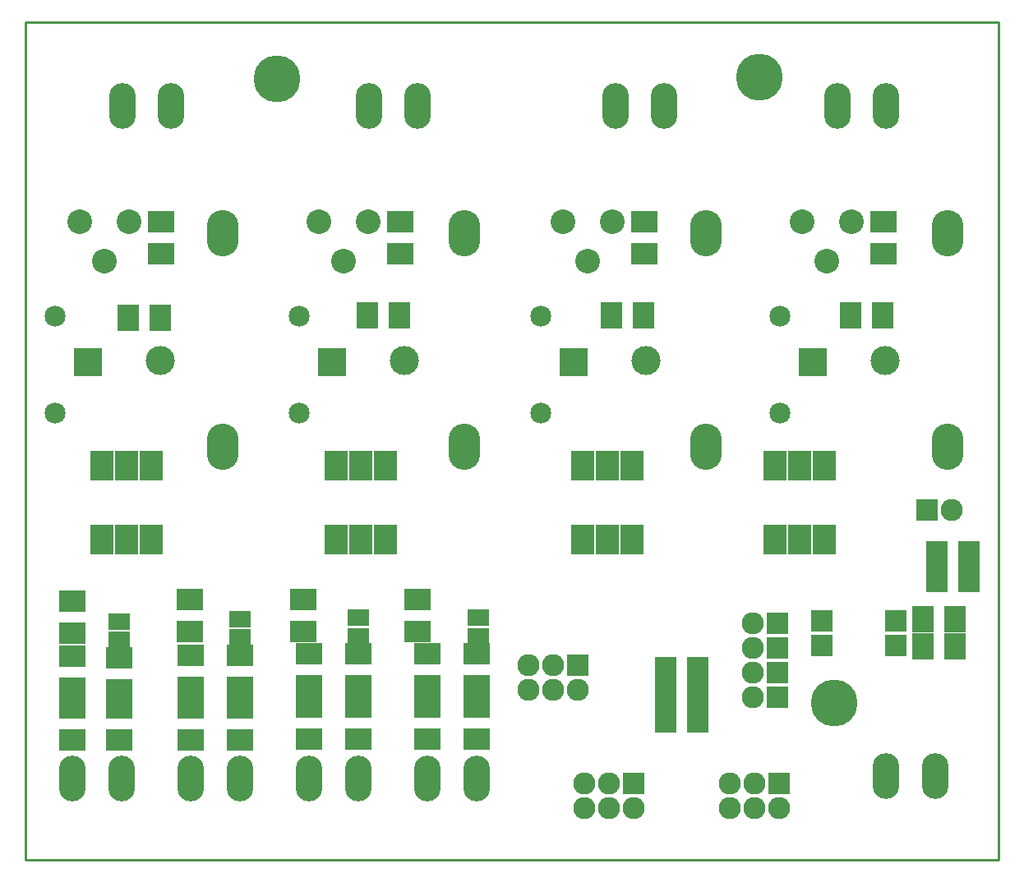
<source format=gbs>
G04 (created by PCBNEW (2011-nov-30)-testing) date jeu. 18 oct. 2012 20:37:39 CEST*
%MOIN*%
G04 Gerber Fmt 3.4, Leading zero omitted, Abs format*
%FSLAX34Y34*%
G01*
G70*
G90*
G04 APERTURE LIST*
%ADD10C,0.006*%
%ADD11C,0.01*%
%ADD12R,0.09X0.11*%
%ADD13R,0.09X0.09*%
%ADD14C,0.09*%
%ADD15C,0.085*%
%ADD16R,0.092X0.12*%
%ADD17R,0.1182X0.1182*%
%ADD18C,0.1182*%
%ADD19R,0.085X0.085*%
%ADD20O,0.1284X0.1875*%
%ADD21C,0.1*%
%ADD22R,0.11X0.09*%
%ADD23R,0.085X0.065*%
%ADD24C,0.19*%
%ADD25O,0.108X0.186*%
G04 APERTURE END LIST*
G54D10*
G54D11*
X51100Y-61600D02*
X51100Y-61400D01*
X90550Y-61600D02*
X51100Y-61600D01*
X90550Y-27600D02*
X90550Y-61600D01*
X51100Y-27600D02*
X90550Y-27600D01*
X51100Y-61400D02*
X51100Y-27600D01*
G54D12*
X66250Y-39500D03*
X64950Y-39500D03*
X56550Y-39600D03*
X55250Y-39600D03*
X76150Y-39500D03*
X74850Y-39500D03*
X85850Y-39500D03*
X84550Y-39500D03*
G54D13*
X73500Y-53700D03*
G54D14*
X73500Y-54700D03*
X72500Y-53700D03*
X72500Y-54700D03*
X71500Y-53700D03*
X71500Y-54700D03*
G54D15*
X52300Y-43469D03*
X52300Y-39531D03*
X62200Y-43469D03*
X62200Y-39531D03*
X72000Y-43469D03*
X72000Y-39531D03*
X81700Y-43469D03*
X81700Y-39531D03*
G54D16*
X65700Y-48600D03*
X64700Y-48600D03*
X63700Y-48600D03*
X63700Y-45600D03*
X64700Y-45600D03*
X65700Y-45600D03*
X75700Y-48600D03*
X74700Y-48600D03*
X73700Y-48600D03*
X73700Y-45600D03*
X74700Y-45600D03*
X75700Y-45600D03*
X83500Y-48600D03*
X82500Y-48600D03*
X81500Y-48600D03*
X81500Y-45600D03*
X82500Y-45600D03*
X83500Y-45600D03*
X56200Y-48600D03*
X55200Y-48600D03*
X54200Y-48600D03*
X54200Y-45600D03*
X55200Y-45600D03*
X56200Y-45600D03*
G54D17*
X73324Y-41400D03*
G54D18*
X76276Y-41350D03*
G54D17*
X63524Y-41400D03*
G54D18*
X66476Y-41350D03*
G54D17*
X53624Y-41400D03*
G54D18*
X56576Y-41350D03*
G54D17*
X83024Y-41400D03*
G54D18*
X85976Y-41350D03*
G54D13*
X81650Y-58500D03*
G54D14*
X81650Y-59500D03*
X80650Y-58500D03*
X80650Y-59500D03*
X79650Y-58500D03*
X79650Y-59500D03*
G54D13*
X75750Y-58500D03*
G54D14*
X75750Y-59500D03*
X74750Y-58500D03*
X74750Y-59500D03*
X73750Y-58500D03*
X73750Y-59500D03*
G54D12*
X78350Y-55900D03*
X77050Y-55900D03*
X88050Y-50200D03*
X89350Y-50200D03*
X88050Y-49200D03*
X89350Y-49200D03*
X87500Y-51850D03*
X88800Y-51850D03*
X87500Y-52950D03*
X88800Y-52950D03*
G54D19*
X86400Y-51900D03*
X86400Y-52900D03*
X83400Y-52900D03*
X83400Y-51900D03*
G54D20*
X59100Y-36169D03*
X59100Y-44831D03*
X68900Y-36169D03*
X68900Y-44831D03*
X78700Y-36169D03*
X78700Y-44831D03*
X88500Y-36169D03*
X88500Y-44831D03*
G54D21*
X55300Y-35700D03*
X54300Y-37300D03*
X53300Y-35700D03*
X65000Y-35700D03*
X64000Y-37300D03*
X63000Y-35700D03*
X74900Y-35700D03*
X73900Y-37300D03*
X72900Y-35700D03*
X84600Y-35700D03*
X83600Y-37300D03*
X82600Y-35700D03*
G54D12*
X77050Y-54900D03*
X78350Y-54900D03*
X77050Y-53900D03*
X78350Y-53900D03*
G54D22*
X56600Y-37000D03*
X56600Y-35700D03*
X66300Y-37000D03*
X66300Y-35700D03*
X76200Y-37000D03*
X76200Y-35700D03*
X85900Y-37000D03*
X85900Y-35700D03*
G54D23*
X64600Y-52525D03*
X64600Y-51775D03*
X59800Y-52575D03*
X59800Y-51825D03*
X54900Y-52675D03*
X54900Y-51925D03*
X69450Y-52525D03*
X69450Y-51775D03*
G54D22*
X64600Y-56700D03*
X64600Y-55400D03*
X67400Y-53250D03*
X67400Y-54550D03*
X67000Y-52350D03*
X67000Y-51050D03*
X67400Y-56700D03*
X67400Y-55400D03*
X69400Y-56700D03*
X69400Y-55400D03*
X69400Y-53250D03*
X69400Y-54550D03*
X62600Y-53250D03*
X62600Y-54550D03*
X62350Y-52350D03*
X62350Y-51050D03*
X62600Y-56700D03*
X62600Y-55400D03*
X64600Y-53250D03*
X64600Y-54550D03*
X54900Y-53400D03*
X54900Y-54700D03*
X57800Y-53300D03*
X57800Y-54600D03*
X57750Y-52350D03*
X57750Y-51050D03*
X57800Y-56750D03*
X57800Y-55450D03*
X59800Y-53300D03*
X59800Y-54600D03*
X59800Y-56750D03*
X59800Y-55450D03*
X53000Y-53350D03*
X53000Y-54650D03*
X53000Y-52400D03*
X53000Y-51100D03*
X53000Y-56750D03*
X53000Y-55450D03*
X54900Y-56750D03*
X54900Y-55450D03*
G54D13*
X81600Y-55000D03*
G54D14*
X80600Y-55000D03*
G54D13*
X81600Y-54000D03*
G54D14*
X80600Y-54000D03*
G54D13*
X81600Y-52000D03*
G54D14*
X80600Y-52000D03*
G54D13*
X81600Y-53000D03*
G54D14*
X80600Y-53000D03*
G54D13*
X87650Y-47400D03*
G54D14*
X88650Y-47400D03*
G54D24*
X61300Y-29900D03*
X80850Y-29850D03*
X83900Y-55250D03*
G54D25*
X53010Y-58300D03*
X54980Y-58300D03*
X57810Y-58300D03*
X59780Y-58300D03*
X62610Y-58300D03*
X64580Y-58300D03*
X67410Y-58300D03*
X69380Y-58300D03*
X86010Y-58200D03*
X87980Y-58200D03*
X85990Y-31000D03*
X84020Y-31000D03*
X76990Y-31000D03*
X75020Y-31000D03*
X66990Y-31000D03*
X65020Y-31000D03*
X56990Y-31000D03*
X55020Y-31000D03*
M02*

</source>
